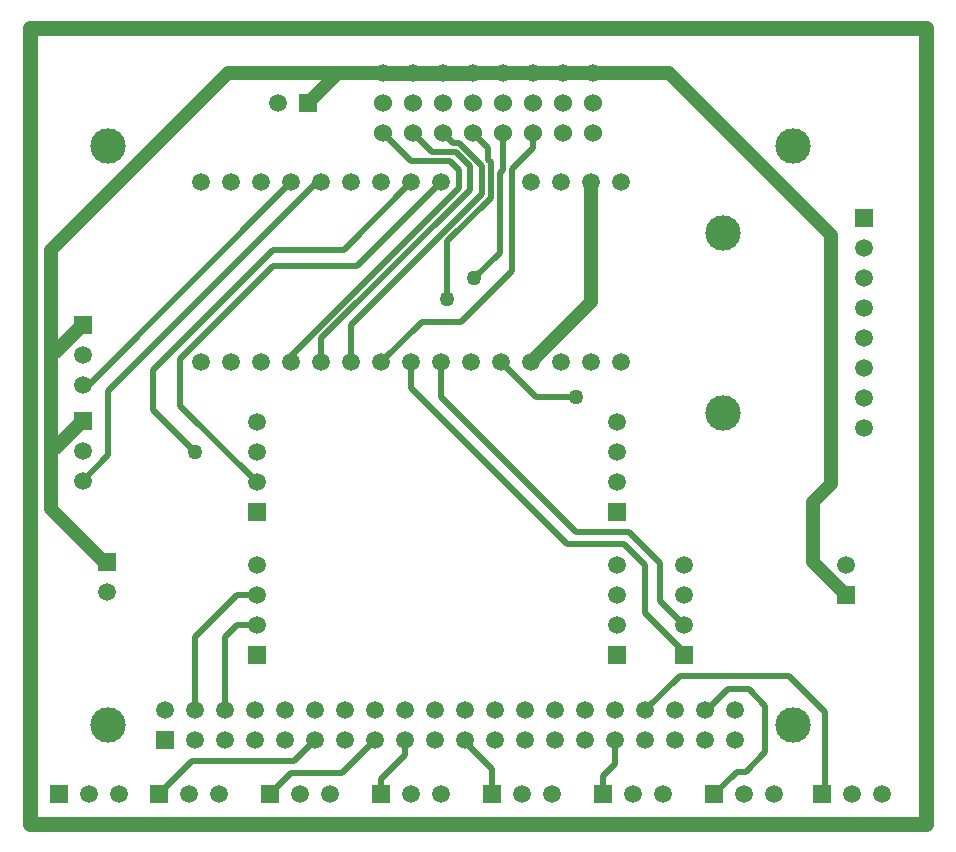
<source format=gbl>
G04 Layer_Physical_Order=2*
G04 Layer_Color=16711680*
%FSLAX43Y43*%
%MOMM*%
G71*
G01*
G75*
%ADD10C,1.300*%
%ADD11C,0.500*%
%ADD12C,1.200*%
%ADD13C,1.270*%
%ADD14C,1.500*%
%ADD15R,1.500X1.500*%
%ADD16C,3.000*%
%ADD17R,1.500X1.500*%
%ADD18C,1.524*%
%ADD19C,1.270*%
D10*
X84328Y113030D02*
X86868D01*
X89408D01*
X91948D01*
D11*
X64897Y84455D02*
X68453Y80899D01*
X64897Y84455D02*
Y87884D01*
X67183Y84836D02*
X73660Y78359D01*
X67183Y84836D02*
Y88773D01*
X75057Y96647D01*
X114300Y53848D02*
X115062D01*
X112395Y51943D02*
X114300Y53848D01*
X81026Y98044D02*
X86741Y103759D01*
X75057Y98044D02*
X81026D01*
X64897Y87884D02*
X75057Y98044D01*
X82169Y96647D02*
X89281Y103759D01*
X75057Y96647D02*
X82169D01*
X78740Y103759D02*
X79121D01*
X76581Y88519D02*
Y89077D01*
X79121Y88519D02*
Y90551D01*
X81661Y88519D02*
Y91694D01*
X59436Y86614D02*
X76581Y103759D01*
X70993Y59055D02*
Y65278D01*
X72009Y66294D01*
X73660D01*
X76835Y54737D02*
X78613Y56515D01*
X68199Y54737D02*
X76835D01*
X65405Y51943D02*
X68199Y54737D01*
X111633Y59055D02*
X111760D01*
X102997Y51943D02*
Y53467D01*
X104013Y54483D01*
Y56515D01*
X93599Y51943D02*
Y54102D01*
X91313Y56388D02*
X93599Y54102D01*
X91313Y56388D02*
Y56515D01*
X84201Y51943D02*
Y53213D01*
X86233Y55245D01*
Y56515D01*
X80899Y53721D02*
X83693Y56515D01*
X76581Y53721D02*
X80899D01*
X74803Y51943D02*
X76581Y53721D01*
X81661Y91694D02*
X92710Y102743D01*
X76581Y89077D02*
X90805Y103301D01*
Y104775D01*
X79121Y90551D02*
X91694Y103124D01*
X84328Y107950D02*
X86741Y105537D01*
X90043D01*
X90805Y104775D01*
X86868Y107950D02*
X88519Y106299D01*
X89408Y107950D02*
X90305Y107053D01*
X90813D01*
X92710Y105156D01*
Y102743D02*
Y105156D01*
X90501Y106299D02*
X91694Y105106D01*
Y103124D02*
Y105106D01*
X88519Y106299D02*
X90501D01*
X121793Y52197D02*
Y58928D01*
X121539Y51943D02*
X121793Y52197D01*
X58928Y78486D02*
X61087Y80645D01*
Y86106D01*
X78740Y103759D01*
X58928Y86614D02*
X59436D01*
X68453Y59055D02*
Y65278D01*
X72009Y68834D01*
X73660D01*
X106553Y59055D02*
X109474Y61976D01*
X118745D01*
X121793Y58928D01*
X111760Y59055D02*
X113538Y60833D01*
X115316D01*
X115062Y53848D02*
X116713Y55499D01*
Y59436D01*
X115316Y60833D02*
X116713Y59436D01*
X97282Y85598D02*
X100711D01*
X94361Y88519D02*
X97282Y85598D01*
X89281D02*
Y88519D01*
X106561Y67260D02*
X109855Y63966D01*
Y63754D02*
Y63966D01*
X107823Y68326D02*
X109855Y66294D01*
X107823Y68326D02*
Y71501D01*
X106561Y67260D02*
Y71366D01*
X86741Y86360D02*
Y88519D01*
X89281Y85598D02*
X100711Y74168D01*
X105156D01*
X107823Y71501D01*
X86741Y86360D02*
X99949Y73152D01*
X104775D01*
X106561Y71366D01*
X84201Y88519D02*
X87630Y91948D01*
X90932D01*
X97028Y106680D02*
Y107950D01*
X92075Y95631D02*
X94234Y97790D01*
Y104521D01*
X94488Y104775D01*
Y107950D01*
X95242Y104894D02*
X97028Y106680D01*
X95242Y96258D02*
Y104894D01*
X90932Y91948D02*
X95242Y96258D01*
X89789Y93853D02*
Y98756D01*
X93464Y102431D01*
Y105468D01*
X93260Y105672D02*
X93464Y105468D01*
X93260Y105672D02*
Y106638D01*
X91948Y107950D02*
X93260Y106638D01*
D12*
X71247Y113030D02*
X80518D01*
X56261Y98044D02*
X71247Y113030D01*
X77978Y110490D02*
X80518Y113030D01*
X84328D01*
X120777Y76708D02*
X122301Y78232D01*
X120777Y71628D02*
Y76708D01*
Y71628D02*
X123571Y68834D01*
X96901Y88519D02*
X101981Y93599D01*
Y103759D01*
X122301Y78232D02*
Y99314D01*
X108585Y113030D02*
X122301Y99314D01*
X102108Y113030D02*
X108585D01*
X91948D02*
X94488D01*
X97028D01*
X99568D01*
X102108D01*
X60706Y71628D02*
X60960D01*
X56261Y76073D02*
X60706Y71628D01*
X56261Y76073D02*
Y80899D01*
X58928Y83566D01*
X56261Y80899D02*
Y89027D01*
X58928Y91694D01*
X56261Y89027D02*
Y98044D01*
D13*
X54483Y49403D02*
Y116840D01*
Y49403D02*
X130302D01*
Y116840D01*
X54483D02*
X130302D01*
D14*
X109855Y71374D02*
D03*
Y68834D02*
D03*
Y66294D02*
D03*
X68961Y88519D02*
D03*
X71501D02*
D03*
X74041D02*
D03*
X76581D02*
D03*
X79121D02*
D03*
X81661D02*
D03*
X84201D02*
D03*
X86741D02*
D03*
X89281D02*
D03*
X91821D02*
D03*
X94361D02*
D03*
X96901D02*
D03*
X99441D02*
D03*
X101981D02*
D03*
X104521D02*
D03*
X68961Y103759D02*
D03*
X71501D02*
D03*
X74041D02*
D03*
X76581D02*
D03*
X79121D02*
D03*
X81661D02*
D03*
X84201D02*
D03*
X86741D02*
D03*
X89281D02*
D03*
X96901D02*
D03*
X99441D02*
D03*
X101981D02*
D03*
X104521D02*
D03*
X104140Y83439D02*
D03*
Y80899D02*
D03*
Y78359D02*
D03*
X79883Y51943D02*
D03*
X77343D02*
D03*
X104140Y71374D02*
D03*
Y68834D02*
D03*
Y66294D02*
D03*
X117475Y51943D02*
D03*
X114935D02*
D03*
X108077D02*
D03*
X105537D02*
D03*
X98679D02*
D03*
X96139D02*
D03*
X89281D02*
D03*
X86741D02*
D03*
X70485D02*
D03*
X67945D02*
D03*
X124079D02*
D03*
X126619D02*
D03*
X73660Y83439D02*
D03*
Y80899D02*
D03*
Y78359D02*
D03*
Y71374D02*
D03*
Y68834D02*
D03*
Y66294D02*
D03*
X60960Y69088D02*
D03*
X123571Y71374D02*
D03*
X75438Y110490D02*
D03*
X58928Y89154D02*
D03*
Y86614D02*
D03*
Y81026D02*
D03*
Y78486D02*
D03*
X65913Y59055D02*
D03*
X68453Y56515D02*
D03*
Y59055D02*
D03*
X70993Y56515D02*
D03*
Y59055D02*
D03*
X73533Y56515D02*
D03*
Y59055D02*
D03*
X76073Y56515D02*
D03*
Y59055D02*
D03*
X78613Y56515D02*
D03*
Y59055D02*
D03*
X81153Y56515D02*
D03*
Y59055D02*
D03*
X83693Y56515D02*
D03*
Y59055D02*
D03*
X86233Y56515D02*
D03*
Y59055D02*
D03*
X88773Y56515D02*
D03*
Y59055D02*
D03*
X91313Y56515D02*
D03*
Y59055D02*
D03*
X93853Y56515D02*
D03*
Y59055D02*
D03*
X96393Y56515D02*
D03*
Y59055D02*
D03*
X98933Y56515D02*
D03*
Y59055D02*
D03*
X101473Y56515D02*
D03*
Y59055D02*
D03*
X104013Y56515D02*
D03*
Y59055D02*
D03*
X106553Y56515D02*
D03*
Y59055D02*
D03*
X109093Y56515D02*
D03*
Y59055D02*
D03*
X111633Y56515D02*
D03*
Y59055D02*
D03*
X114173Y56515D02*
D03*
Y59055D02*
D03*
X125095Y98171D02*
D03*
Y95631D02*
D03*
Y93091D02*
D03*
Y90551D02*
D03*
Y88011D02*
D03*
Y85471D02*
D03*
Y82931D02*
D03*
X61976Y51943D02*
D03*
X59436D02*
D03*
D15*
X109855Y63754D02*
D03*
X104140Y75819D02*
D03*
Y63754D02*
D03*
X73660Y75819D02*
D03*
Y63754D02*
D03*
X60960Y71628D02*
D03*
X123571Y68834D02*
D03*
X58928Y91694D02*
D03*
Y83566D02*
D03*
X125095Y100711D02*
D03*
D16*
X113161Y84201D02*
D03*
Y99441D02*
D03*
X61051Y106785D02*
D03*
X119041D02*
D03*
X61051Y57785D02*
D03*
X119041D02*
D03*
D17*
X74803Y51943D02*
D03*
X112395D02*
D03*
X102997D02*
D03*
X93599D02*
D03*
X84201D02*
D03*
X65405D02*
D03*
X121539D02*
D03*
X77978Y110490D02*
D03*
X65913Y56515D02*
D03*
X56896Y51943D02*
D03*
D18*
X84328Y113030D02*
D03*
X86868D02*
D03*
X89408D02*
D03*
X91948D02*
D03*
X94488D02*
D03*
X97028D02*
D03*
X99568D02*
D03*
X102108D02*
D03*
X84328Y110490D02*
D03*
X86868D02*
D03*
X89408D02*
D03*
X91948D02*
D03*
X94488D02*
D03*
X97028D02*
D03*
X99568D02*
D03*
X102108D02*
D03*
X84328Y107950D02*
D03*
X86868D02*
D03*
X89408D02*
D03*
X91948D02*
D03*
X94488D02*
D03*
X97028D02*
D03*
X99568D02*
D03*
X102108D02*
D03*
D19*
X68453Y80899D02*
D03*
X100711Y85598D02*
D03*
X92075Y95631D02*
D03*
X89789Y93853D02*
D03*
M02*

</source>
